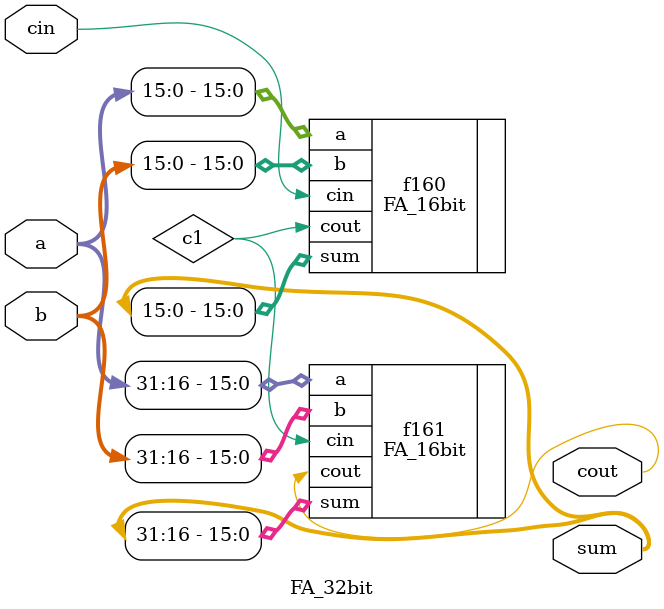
<source format=v>
`timescale 1ns / 1ps

module FA_32bit(
	input [31:0] a,
	input [31:0] b,
	input 	 cin,
	output [31:0] sum,
	output 		 cout
    );
	 
	 wire c1; //wire from f160 to f161
	 
	 FA_16bit f160(.a(a[15:0]),.b(b[15:0]),.cin(cin),.cout(c1),.sum(sum[15:0])); //16Bit adder imported
	 FA_16bit f161(.a(a[31:16]),.b(b[31:16]),.cin(c1),.cout(cout),.sum(sum[31:16]));
	 
	 


endmodule

</source>
